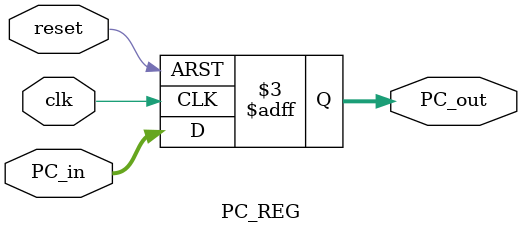
<source format=v>

module PC_REG
  (
   clk,
   reset, 
   PC_in, 
   PC_out
   );

   parameter pc_delay = 1;	
 
   output [31:0] PC_out;				
   reg [31:0] 	 PC_out;
   reg [31:0] 	 next_PC;
   
   input [31:0]  PC_in;	
   input 	 clk;
   input 	 reset;

   always@(posedge clk or posedge reset)
     begin
	if (~reset)
	  PC_out = PC_in;
	else
	  PC_out = 32'h00400000;
     end
      
endmodule // PC_REG















</source>
